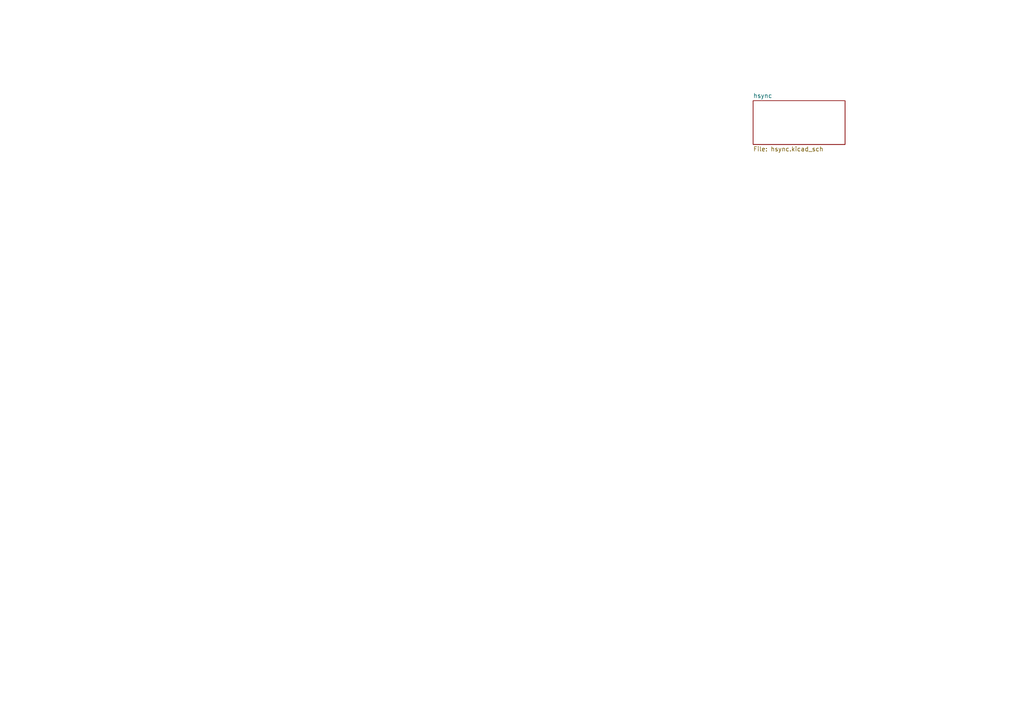
<source format=kicad_sch>
(kicad_sch
	(version 20250114)
	(generator "eeschema")
	(generator_version "9.0")
	(uuid "9f8eddf5-e4a7-4f18-8a60-cf61b4248e08")
	(paper "A4")
	(lib_symbols)
	(sheet
		(at 218.44 29.21)
		(size 26.67 12.7)
		(exclude_from_sim no)
		(in_bom yes)
		(on_board yes)
		(dnp no)
		(fields_autoplaced yes)
		(stroke
			(width 0.1524)
			(type solid)
		)
		(fill
			(color 0 0 0 0.0000)
		)
		(uuid "f11f1f2d-cf20-4abb-bf4f-1a2bc02e0982")
		(property "Sheetname" "hsync"
			(at 218.44 28.4984 0)
			(effects
				(font
					(size 1.27 1.27)
				)
				(justify left bottom)
			)
		)
		(property "Sheetfile" "hsync.kicad_sch"
			(at 218.44 42.4946 0)
			(effects
				(font
					(size 1.27 1.27)
				)
				(justify left top)
			)
		)
		(instances
			(project "vga"
				(path "/9f8eddf5-e4a7-4f18-8a60-cf61b4248e08"
					(page "2")
				)
			)
		)
	)
	(sheet_instances
		(path "/"
			(page "1")
		)
	)
	(embedded_fonts no)
)

</source>
